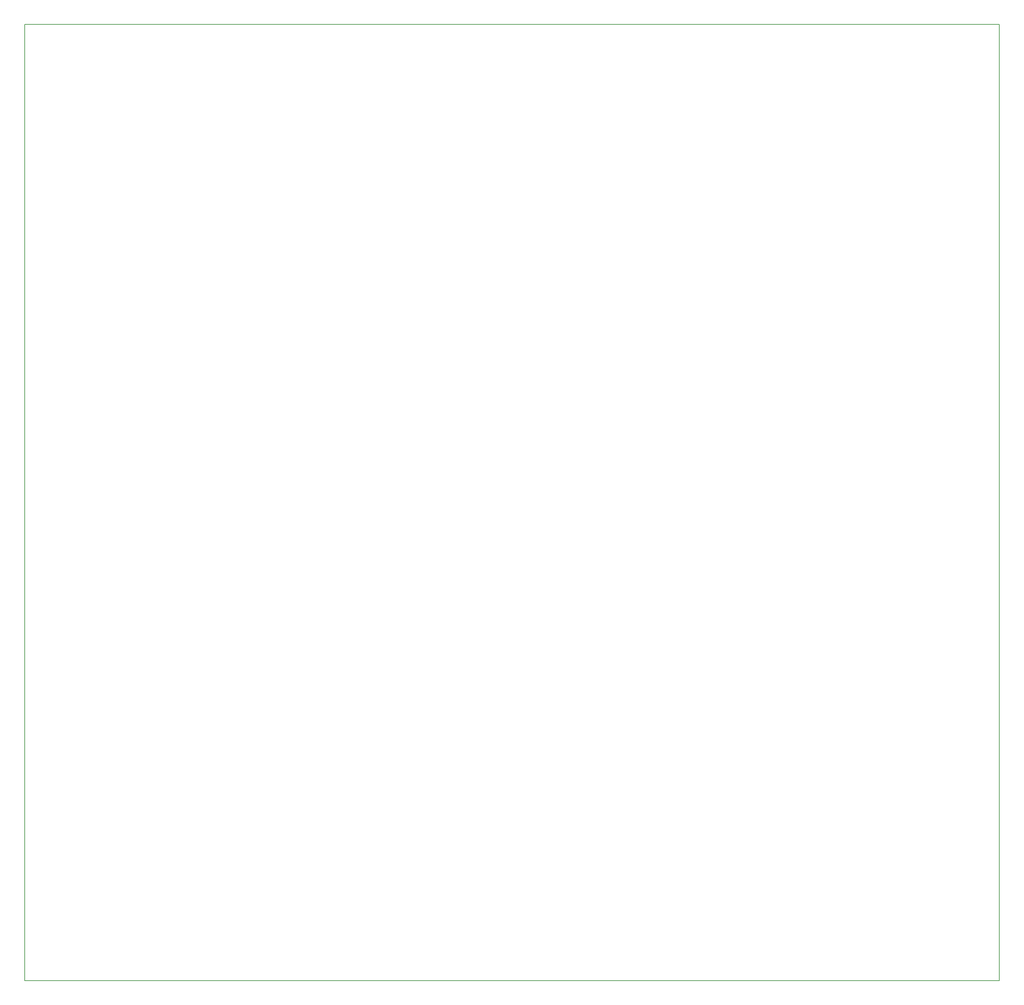
<source format=gm1>
G04 MADE WITH FRITZING*
G04 WWW.FRITZING.ORG*
G04 DOUBLE SIDED*
G04 HOLES PLATED*
G04 CONTOUR ON CENTER OF CONTOUR VECTOR*
%ASAXBY*%
%FSLAX23Y23*%
%MOIN*%
%OFA0B0*%
%SFA1.0B1.0*%
%ADD10R,10.000010X9.818910*%
%ADD11C,0.008000*%
%ADD10C,0.008*%
%LNCONTOUR*%
G90*
G70*
G54D10*
G54D11*
X4Y9815D02*
X9996Y9815D01*
X9996Y4D01*
X4Y4D01*
X4Y9815D01*
D02*
G04 End of contour*
M02*
</source>
